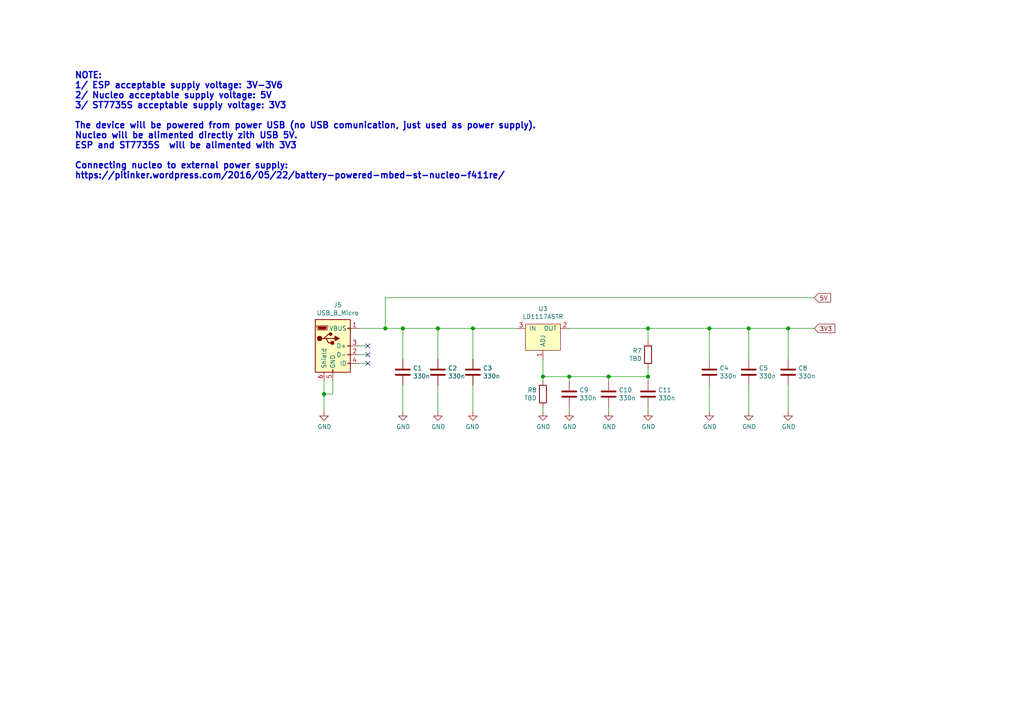
<source format=kicad_sch>
(kicad_sch (version 20210621) (generator eeschema)
  (paper "A4")
  (lib_symbols
    (symbol "Connector:USB_B_Micro" (pin_names (offset 1.016))
      (property "Reference" "J" (at -5.08 11.43 0))
      (property "Value" "USB_B_Micro" (at -5.08 8.89 0))
      (symbol "USB_B_Micro_0_1"
        (circle (center -3.81 2.159) (radius 0.635) (stroke (width 0.254)) (fill (type outline)))
        (circle (center -0.635 3.429) (radius 0.381) (stroke (width 0.254)) (fill (type outline)))
        (rectangle (start -0.127 -7.62) (end 0.127 -6.858))
        (rectangle (start 5.08 -5.207) (end 4.318 -4.953))
        (rectangle (start 5.08 -2.667) (end 4.318 -2.413))
        (rectangle (start 5.08 -0.127) (end 4.318 0.127))
        (rectangle (start 5.08 4.953) (end 4.318 5.207))
        (rectangle (start 0.254 1.27) (end -0.508 0.508) (stroke (width 0.254)) (fill (type outline)))
        (rectangle (start -5.08 -7.62) (end 5.08 7.62) (stroke (width 0.254)) (fill (type background)))
        (polyline (pts (xy -1.905 2.159) (xy 0.635 2.159)) (stroke (width 0.254)))
        (polyline (pts (xy -3.175 2.159) (xy -2.54 2.159) (xy -1.27 3.429) (xy -0.635 3.429)) (stroke (width 0.254)))
        (polyline (pts (xy -2.54 2.159) (xy -1.905 2.159) (xy -1.27 0.889) (xy 0 0.889)) (stroke (width 0.254)))
        (polyline (pts (xy -4.699 5.842) (xy -4.699 5.588) (xy -4.445 4.826) (xy -4.445 4.572) (xy -1.651 4.572) (xy -1.651 4.826) (xy -1.397 5.588) (xy -1.397 5.842) (xy -4.699 5.842)))
        (polyline (pts (xy 0.635 2.794) (xy 0.635 1.524) (xy 1.905 2.159) (xy 0.635 2.794)) (stroke (width 0.254)) (fill (type outline)))
        (polyline (pts (xy -4.318 5.588) (xy -1.778 5.588) (xy -2.032 4.826) (xy -4.064 4.826) (xy -4.318 5.588)) (fill (type outline)))
      )
      (symbol "USB_B_Micro_1_1"
        (pin power_out line (at 7.62 5.08 180) (length 2.54) (name "VBUS") (number "1"))
        (pin bidirectional line (at 7.62 -2.54 180) (length 2.54) (name "D-") (number "2"))
        (pin bidirectional line (at 7.62 0 180) (length 2.54) (name "D+") (number "3"))
        (pin passive line (at 7.62 -5.08 180) (length 2.54) (name "ID") (number "4"))
        (pin power_out line (at 0 -10.16 90) (length 2.54) (name "GND") (number "5"))
        (pin passive line (at -2.54 -10.16 90) (length 2.54) (name "Shield") (number "6"))
      )
    )
    (symbol "Device:C" (pin_numbers hide) (pin_names (offset 0.254))
      (property "Reference" "C" (at 0.635 2.54 0))
      (property "Value" "C" (at 0.635 -2.54 0))
      (symbol "C_0_1"
        (polyline (pts (xy -2.032 -0.762) (xy 2.032 -0.762)) (stroke (width 0.508)))
        (polyline (pts (xy -2.032 0.762) (xy 2.032 0.762)) (stroke (width 0.508)))
      )
      (symbol "C_1_1"
        (pin passive line (at 0 3.81 270) (length 2.794) (name "~") (number "1"))
        (pin passive line (at 0 -3.81 90) (length 2.794) (name "~") (number "2"))
      )
    )
    (symbol "Device:R" (pin_numbers hide) (pin_names (offset 0))
      (property "Reference" "R" (at 2.032 0 90))
      (property "Value" "R" (at 0 0 90))
      (symbol "R_0_1"
        (rectangle (start -1.016 -2.54) (end 1.016 2.54) (stroke (width 0.254)))
      )
      (symbol "R_1_1"
        (pin passive line (at 0 3.81 270) (length 1.27) (name "~") (number "1"))
        (pin passive line (at 0 -3.81 90) (length 1.27) (name "~") (number "2"))
      )
    )
    (symbol "Logger:LD1117ASTR" (pin_names (offset 1.016))
      (property "Reference" "U" (at 0 3.81 0))
      (property "Value" "LD1117ASTR" (at 0 1.27 0))
      (symbol "LD1117ASTR_0_1"
        (rectangle (start -5.08 0) (end 5.08 -7.62) (fill (type background)))
      )
      (symbol "LD1117ASTR_1_1"
        (pin power_out line (at 0 -10.16 90) (length 2.54) (name "ADJ") (number "1"))
        (pin power_out line (at 7.62 -1.27 180) (length 2.54) (name "OUT") (number "2"))
        (pin power_in line (at -7.62 -1.27 0) (length 2.54) (name "IN") (number "3"))
        (pin no_connect line (at -7.62 -5.08 0) (length 2.54) hide (name "NC") (number "4"))
      )
    )
    (symbol "power:GND" (power) (pin_names (offset 0))
      (property "Value" "GND" (at 0 -3.81 0))
      (symbol "GND_0_1"
        (polyline (pts (xy 0 0) (xy 0 -1.27) (xy 1.27 -1.27) (xy 0 -2.54) (xy -1.27 -1.27) (xy 0 -1.27)))
      )
      (symbol "GND_1_1"
        (pin power_in line (at 0 0 270) (length 0) hide (name "GND") (number "1"))
      )
    )
  )
  (junction (at 93.98 114.3) (diameter 1.016))
  (junction (at 111.76 95.25) (diameter 1.016))
  (junction (at 116.84 95.25) (diameter 1.016))
  (junction (at 127 95.25) (diameter 1.016))
  (junction (at 137.16 95.25) (diameter 1.016))
  (junction (at 157.48 109.22) (diameter 1.016))
  (junction (at 165.1 109.22) (diameter 1.016))
  (junction (at 176.53 109.22) (diameter 1.016))
  (junction (at 187.96 95.25) (diameter 1.016))
  (junction (at 187.96 109.22) (diameter 1.016))
  (junction (at 205.74 95.25) (diameter 1.016))
  (junction (at 217.17 95.25) (diameter 1.016))
  (junction (at 228.6 95.25) (diameter 1.016))
  (no_connect (at 106.68 100.33))
  (no_connect (at 106.68 102.87))
  (no_connect (at 106.68 105.41))
  (wire (pts (xy 93.98 110.49) (xy 93.98 114.3)))
  (wire (pts (xy 93.98 114.3) (xy 93.98 119.38)))
  (wire (pts (xy 93.98 114.3) (xy 96.52 114.3)))
  (wire (pts (xy 96.52 114.3) (xy 96.52 110.49)))
  (wire (pts (xy 104.14 100.33) (xy 106.68 100.33)))
  (wire (pts (xy 104.14 102.87) (xy 106.68 102.87)))
  (wire (pts (xy 104.14 105.41) (xy 106.68 105.41)))
  (wire (pts (xy 111.76 86.36) (xy 111.76 95.25)))
  (wire (pts (xy 111.76 95.25) (xy 104.14 95.25)))
  (wire (pts (xy 111.76 95.25) (xy 116.84 95.25)))
  (wire (pts (xy 116.84 95.25) (xy 116.84 104.14)))
  (wire (pts (xy 116.84 111.76) (xy 116.84 119.38)))
  (wire (pts (xy 127 95.25) (xy 116.84 95.25)))
  (wire (pts (xy 127 95.25) (xy 127 104.14)))
  (wire (pts (xy 127 111.76) (xy 127 119.38)))
  (wire (pts (xy 137.16 95.25) (xy 127 95.25)))
  (wire (pts (xy 137.16 104.14) (xy 137.16 95.25)))
  (wire (pts (xy 137.16 111.76) (xy 137.16 119.38)))
  (wire (pts (xy 149.86 95.25) (xy 137.16 95.25)))
  (wire (pts (xy 157.48 109.22) (xy 157.48 104.14)))
  (wire (pts (xy 157.48 109.22) (xy 157.48 110.49)))
  (wire (pts (xy 157.48 118.11) (xy 157.48 119.38)))
  (wire (pts (xy 165.1 95.25) (xy 187.96 95.25)))
  (wire (pts (xy 165.1 109.22) (xy 157.48 109.22)))
  (wire (pts (xy 165.1 110.49) (xy 165.1 109.22)))
  (wire (pts (xy 165.1 118.11) (xy 165.1 119.38)))
  (wire (pts (xy 176.53 109.22) (xy 165.1 109.22)))
  (wire (pts (xy 176.53 110.49) (xy 176.53 109.22)))
  (wire (pts (xy 176.53 118.11) (xy 176.53 119.38)))
  (wire (pts (xy 187.96 95.25) (xy 187.96 99.06)))
  (wire (pts (xy 187.96 95.25) (xy 205.74 95.25)))
  (wire (pts (xy 187.96 106.68) (xy 187.96 109.22)))
  (wire (pts (xy 187.96 109.22) (xy 176.53 109.22)))
  (wire (pts (xy 187.96 110.49) (xy 187.96 109.22)))
  (wire (pts (xy 187.96 118.11) (xy 187.96 119.38)))
  (wire (pts (xy 205.74 95.25) (xy 205.74 104.14)))
  (wire (pts (xy 205.74 95.25) (xy 217.17 95.25)))
  (wire (pts (xy 205.74 111.76) (xy 205.74 119.38)))
  (wire (pts (xy 217.17 95.25) (xy 217.17 104.14)))
  (wire (pts (xy 217.17 95.25) (xy 228.6 95.25)))
  (wire (pts (xy 217.17 111.76) (xy 217.17 119.38)))
  (wire (pts (xy 228.6 95.25) (xy 228.6 104.14)))
  (wire (pts (xy 228.6 95.25) (xy 236.22 95.25)))
  (wire (pts (xy 228.6 111.76) (xy 228.6 119.38)))
  (wire (pts (xy 236.22 86.36) (xy 111.76 86.36)))
  (text "NOTE: \n1/ ESP acceptable supply voltage: 3V-3V6\n2/ Nucleo acceptable supply voltage: 5V \n3/ ST7735S acceptable supply voltage: 3V3\n\nThe device will be powered from power USB (no USB comunication, just used as power supply).\nNucleo will be alimented directly zith USB 5V.\nESP and ST7735S  will be alimented with 3V3\n\nConnecting nucleo to external power supply:\nhttps://pitinker.wordpress.com/2016/05/22/battery-powered-mbed-st-nucleo-f411re/" (at 21.59 52.07 0) (effects (font (size 1.8034 1.8034) (thickness 0.3607) bold) (justify left bottom)))
  (global_label "5V" (shape input) (at 236.22 86.36 0) (property "Intersheet References" "${INTERSHEET_REFS}" (effects hide)))
  (global_label "3V3" (shape input) (at 236.22 95.25 0) (property "Intersheet References" "${INTERSHEET_REFS}" (effects hide)))
  (symbol (lib_id "power:GND") (at 93.98 119.38 0) (unit 1)
    (property "Reference" "#PWR017" (effects hide))
    (property "Value" "GND" (at 94.107 123.7742 0))
  )
  (symbol (lib_id "power:GND") (at 116.84 119.38 0) (unit 1)
    (property "Reference" "#PWR024" (effects hide))
    (property "Value" "GND" (at 116.967 123.7742 0))
  )
  (symbol (lib_id "power:GND") (at 127 119.38 0) (unit 1)
    (property "Reference" "#PWR025" (effects hide))
    (property "Value" "GND" (at 127.127 123.7742 0))
  )
  (symbol (lib_id "power:GND") (at 137.16 119.38 0) (mirror y) (unit 1)
    (property "Reference" "#PWR026" (effects hide))
    (property "Value" "GND" (at 137.033 123.7742 0))
  )
  (symbol (lib_id "power:GND") (at 157.48 119.38 0) (unit 1)
    (property "Reference" "#PWR027" (effects hide))
    (property "Value" "GND" (at 157.607 123.7742 0))
  )
  (symbol (lib_id "power:GND") (at 165.1 119.38 0) (unit 1)
    (property "Reference" "#PWR0102" (effects hide))
    (property "Value" "GND" (at 165.227 123.7742 0))
  )
  (symbol (lib_id "power:GND") (at 176.53 119.38 0) (unit 1)
    (property "Reference" "#PWR0103" (effects hide))
    (property "Value" "GND" (at 176.657 123.7742 0))
  )
  (symbol (lib_id "power:GND") (at 187.96 119.38 0) (unit 1)
    (property "Reference" "#PWR0104" (effects hide))
    (property "Value" "GND" (at 188.087 123.7742 0))
  )
  (symbol (lib_id "power:GND") (at 205.74 119.38 0) (unit 1)
    (property "Reference" "#PWR028" (effects hide))
    (property "Value" "GND" (at 205.867 123.7742 0))
  )
  (symbol (lib_id "power:GND") (at 217.17 119.38 0) (unit 1)
    (property "Reference" "#PWR029" (effects hide))
    (property "Value" "GND" (at 217.297 123.7742 0))
  )
  (symbol (lib_id "power:GND") (at 228.6 119.38 0) (unit 1)
    (property "Reference" "#PWR030" (effects hide))
    (property "Value" "GND" (at 228.727 123.7742 0))
  )
  (symbol (lib_id "Device:R") (at 157.48 114.3 0) (mirror y) (unit 1)
    (property "Reference" "R8" (at 155.702 113.1316 0) (effects (justify left)))
    (property "Value" "TBD" (at 155.702 115.443 0) (effects (justify left)))
    (property "Footprint" "Resistor_SMD:R_0805_2012Metric" (effects hide))
  )
  (symbol (lib_id "Device:R") (at 187.96 102.87 0) (mirror y) (unit 1)
    (property "Reference" "R7" (at 186.182 101.7016 0) (effects (justify left)))
    (property "Value" "TBD" (at 186.182 104.013 0) (effects (justify left)))
    (property "Footprint" "Resistor_SMD:R_0805_2012Metric" (effects hide))
  )
  (symbol (lib_id "Device:C") (at 116.84 107.95 0) (unit 1)
    (property "Reference" "C1" (at 119.761 106.7816 0) (effects (justify left)))
    (property "Value" "330n" (at 119.761 109.093 0) (effects (justify left)))
    (property "Footprint" "Capacitor_SMD:C_0805_2012Metric" (effects hide))
  )
  (symbol (lib_id "Device:C") (at 127 107.95 0) (unit 1)
    (property "Reference" "C2" (at 129.921 106.7816 0) (effects (justify left)))
    (property "Value" "330n" (at 129.921 109.093 0) (effects (justify left)))
    (property "Footprint" "Capacitor_SMD:C_0805_2012Metric" (effects hide))
  )
  (symbol (lib_id "Device:C") (at 137.16 107.95 0) (unit 1)
    (property "Reference" "C3" (at 140.081 106.7816 0) (effects (justify left)))
    (property "Value" "330n" (at 140.081 109.093 0) (effects (justify left)))
    (property "Footprint" "Capacitor_SMD:C_0805_2012Metric" (effects hide))
  )
  (symbol (lib_id "Device:C") (at 165.1 114.3 0) (unit 1)
    (property "Reference" "C9" (at 168.021 113.1316 0) (effects (justify left)))
    (property "Value" "330n" (at 168.021 115.443 0) (effects (justify left)))
    (property "Footprint" "Capacitor_SMD:C_0805_2012Metric" (effects hide))
  )
  (symbol (lib_id "Device:C") (at 176.53 114.3 0) (unit 1)
    (property "Reference" "C10" (at 179.451 113.1316 0) (effects (justify left)))
    (property "Value" "330n" (at 179.451 115.443 0) (effects (justify left)))
    (property "Footprint" "Capacitor_SMD:C_0805_2012Metric" (effects hide))
  )
  (symbol (lib_id "Device:C") (at 187.96 114.3 0) (unit 1)
    (property "Reference" "C11" (at 190.881 113.1316 0) (effects (justify left)))
    (property "Value" "330n" (at 190.881 115.443 0) (effects (justify left)))
    (property "Footprint" "Capacitor_SMD:C_0805_2012Metric" (effects hide))
  )
  (symbol (lib_id "Device:C") (at 205.74 107.95 0) (unit 1)
    (property "Reference" "C4" (at 208.661 106.7816 0) (effects (justify left)))
    (property "Value" "330n" (at 208.661 109.093 0) (effects (justify left)))
    (property "Footprint" "Capacitor_SMD:C_0805_2012Metric" (effects hide))
  )
  (symbol (lib_id "Device:C") (at 217.17 107.95 0) (unit 1)
    (property "Reference" "C5" (at 220.091 106.7816 0) (effects (justify left)))
    (property "Value" "330n" (at 220.091 109.093 0) (effects (justify left)))
    (property "Footprint" "Capacitor_SMD:C_0805_2012Metric" (effects hide))
  )
  (symbol (lib_id "Device:C") (at 228.6 107.95 0) (unit 1)
    (property "Reference" "C8" (at 231.521 106.7816 0) (effects (justify left)))
    (property "Value" "330n" (at 231.521 109.093 0) (effects (justify left)))
    (property "Footprint" "Capacitor_SMD:C_0805_2012Metric" (effects hide))
  )
  (symbol (lib_id "Logger:LD1117ASTR") (at 157.48 93.98 0) (unit 1)
    (property "Reference" "U3" (at 157.48 89.535 0))
    (property "Value" "LD1117ASTR" (at 157.48 91.8464 0))
    (property "Footprint" "Package_TO_SOT_SMD:SOT-223" (effects hide))
    (property "Datasheet" "https://www.tme.eu/Document/bad00e7fc591b73ff810af309b2bb7a4/LD1117A.pdf" (effects hide))
  )
  (symbol (lib_id "Connector:USB_B_Micro") (at 96.52 100.33 0) (unit 1)
    (property "Reference" "J5" (at 97.9678 88.4682 0))
    (property "Value" "USB_B_Micro" (at 97.9678 90.7796 0))
    (property "Footprint" "Connector_USB:USB_Micro-B_Molex-105017-0001" (effects hide))
  )
)
</source>
